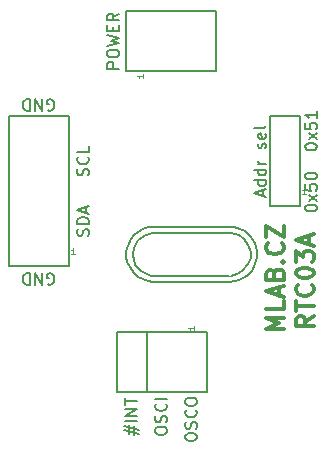
<source format=gbr>
%TF.GenerationSoftware,KiCad,Pcbnew,no-vcs-found-e5c4cfc~61~ubuntu16.04.1*%
%TF.CreationDate,2017-11-06T10:15:23+01:00*%
%TF.ProjectId,RTC03A,5254433033412E6B696361645F706362,REV*%
%TF.SameCoordinates,Original*%
%TF.FileFunction,Legend,Top*%
%TF.FilePolarity,Positive*%
%FSLAX46Y46*%
G04 Gerber Fmt 4.6, Leading zero omitted, Abs format (unit mm)*
G04 Created by KiCad (PCBNEW no-vcs-found-e5c4cfc~61~ubuntu16.04.1) date Mon Nov  6 10:15:23 2017*
%MOMM*%
%LPD*%
G01*
G04 APERTURE LIST*
%ADD10C,0.300000*%
%ADD11C,0.200000*%
%ADD12C,0.150000*%
%ADD13C,0.050000*%
G04 APERTURE END LIST*
D10*
X28618571Y12057429D02*
X27904285Y11557429D01*
X28618571Y11200286D02*
X27118571Y11200286D01*
X27118571Y11771715D01*
X27190000Y11914572D01*
X27261428Y11986000D01*
X27404285Y12057429D01*
X27618571Y12057429D01*
X27761428Y11986000D01*
X27832857Y11914572D01*
X27904285Y11771715D01*
X27904285Y11200286D01*
X27118571Y12486000D02*
X27118571Y13343143D01*
X28618571Y12914572D02*
X27118571Y12914572D01*
X28475714Y14700286D02*
X28547142Y14628858D01*
X28618571Y14414572D01*
X28618571Y14271715D01*
X28547142Y14057429D01*
X28404285Y13914572D01*
X28261428Y13843143D01*
X27975714Y13771715D01*
X27761428Y13771715D01*
X27475714Y13843143D01*
X27332857Y13914572D01*
X27190000Y14057429D01*
X27118571Y14271715D01*
X27118571Y14414572D01*
X27190000Y14628858D01*
X27261428Y14700286D01*
X27118571Y15628858D02*
X27118571Y15771715D01*
X27190000Y15914572D01*
X27261428Y15986000D01*
X27404285Y16057429D01*
X27690000Y16128858D01*
X28047142Y16128858D01*
X28332857Y16057429D01*
X28475714Y15986000D01*
X28547142Y15914572D01*
X28618571Y15771715D01*
X28618571Y15628858D01*
X28547142Y15486000D01*
X28475714Y15414572D01*
X28332857Y15343143D01*
X28047142Y15271715D01*
X27690000Y15271715D01*
X27404285Y15343143D01*
X27261428Y15414572D01*
X27190000Y15486000D01*
X27118571Y15628858D01*
X27118571Y16628858D02*
X27118571Y17557429D01*
X27690000Y17057429D01*
X27690000Y17271715D01*
X27761428Y17414572D01*
X27832857Y17486000D01*
X27975714Y17557429D01*
X28332857Y17557429D01*
X28475714Y17486000D01*
X28547142Y17414572D01*
X28618571Y17271715D01*
X28618571Y16843143D01*
X28547142Y16700286D01*
X28475714Y16628858D01*
X28190000Y18128858D02*
X28190000Y18843143D01*
X28618571Y17986000D02*
X27118571Y18486000D01*
X28618571Y18986000D01*
X26078571Y10918572D02*
X24578571Y10918572D01*
X25650000Y11418572D01*
X24578571Y11918572D01*
X26078571Y11918572D01*
X26078571Y13347143D02*
X26078571Y12632858D01*
X24578571Y12632858D01*
X25650000Y13775715D02*
X25650000Y14490000D01*
X26078571Y13632858D02*
X24578571Y14132858D01*
X26078571Y14632858D01*
X25292857Y15632858D02*
X25364285Y15847143D01*
X25435714Y15918572D01*
X25578571Y15990000D01*
X25792857Y15990000D01*
X25935714Y15918572D01*
X26007142Y15847143D01*
X26078571Y15704286D01*
X26078571Y15132858D01*
X24578571Y15132858D01*
X24578571Y15632858D01*
X24650000Y15775715D01*
X24721428Y15847143D01*
X24864285Y15918572D01*
X25007142Y15918572D01*
X25150000Y15847143D01*
X25221428Y15775715D01*
X25292857Y15632858D01*
X25292857Y15132858D01*
X25935714Y16632858D02*
X26007142Y16704286D01*
X26078571Y16632858D01*
X26007142Y16561429D01*
X25935714Y16632858D01*
X26078571Y16632858D01*
X25935714Y18204286D02*
X26007142Y18132858D01*
X26078571Y17918572D01*
X26078571Y17775715D01*
X26007142Y17561429D01*
X25864285Y17418572D01*
X25721428Y17347143D01*
X25435714Y17275715D01*
X25221428Y17275715D01*
X24935714Y17347143D01*
X24792857Y17418572D01*
X24650000Y17561429D01*
X24578571Y17775715D01*
X24578571Y17918572D01*
X24650000Y18132858D01*
X24721428Y18204286D01*
X24578571Y18704286D02*
X24578571Y19704286D01*
X26078571Y18704286D01*
X26078571Y19704286D01*
D11*
X9548761Y18851715D02*
X9596380Y18994572D01*
X9596380Y19232667D01*
X9548761Y19327905D01*
X9501142Y19375524D01*
X9405904Y19423143D01*
X9310666Y19423143D01*
X9215428Y19375524D01*
X9167809Y19327905D01*
X9120190Y19232667D01*
X9072571Y19042191D01*
X9024952Y18946953D01*
X8977333Y18899334D01*
X8882095Y18851715D01*
X8786857Y18851715D01*
X8691619Y18899334D01*
X8644000Y18946953D01*
X8596380Y19042191D01*
X8596380Y19280286D01*
X8644000Y19423143D01*
X9596380Y19851715D02*
X8596380Y19851715D01*
X8596380Y20089810D01*
X8644000Y20232667D01*
X8739238Y20327905D01*
X8834476Y20375524D01*
X9024952Y20423143D01*
X9167809Y20423143D01*
X9358285Y20375524D01*
X9453523Y20327905D01*
X9548761Y20232667D01*
X9596380Y20089810D01*
X9596380Y19851715D01*
X9310666Y20804096D02*
X9310666Y21280286D01*
X9596380Y20708858D02*
X8596380Y21042191D01*
X9596380Y21375524D01*
X9548761Y23955524D02*
X9596380Y24098381D01*
X9596380Y24336477D01*
X9548761Y24431715D01*
X9501142Y24479334D01*
X9405904Y24526953D01*
X9310666Y24526953D01*
X9215428Y24479334D01*
X9167809Y24431715D01*
X9120190Y24336477D01*
X9072571Y24146000D01*
X9024952Y24050762D01*
X8977333Y24003143D01*
X8882095Y23955524D01*
X8786857Y23955524D01*
X8691619Y24003143D01*
X8644000Y24050762D01*
X8596380Y24146000D01*
X8596380Y24384096D01*
X8644000Y24526953D01*
X9501142Y25526953D02*
X9548761Y25479334D01*
X9596380Y25336477D01*
X9596380Y25241239D01*
X9548761Y25098381D01*
X9453523Y25003143D01*
X9358285Y24955524D01*
X9167809Y24907905D01*
X9024952Y24907905D01*
X8834476Y24955524D01*
X8739238Y25003143D01*
X8644000Y25098381D01*
X8596380Y25241239D01*
X8596380Y25336477D01*
X8644000Y25479334D01*
X8691619Y25526953D01*
X9596380Y26431715D02*
X9596380Y25955524D01*
X8596380Y25955524D01*
X17740380Y1706762D02*
X17740380Y1897239D01*
X17788000Y1992477D01*
X17883238Y2087715D01*
X18073714Y2135334D01*
X18407047Y2135334D01*
X18597523Y2087715D01*
X18692761Y1992477D01*
X18740380Y1897239D01*
X18740380Y1706762D01*
X18692761Y1611524D01*
X18597523Y1516286D01*
X18407047Y1468667D01*
X18073714Y1468667D01*
X17883238Y1516286D01*
X17788000Y1611524D01*
X17740380Y1706762D01*
X18692761Y2516286D02*
X18740380Y2659143D01*
X18740380Y2897239D01*
X18692761Y2992477D01*
X18645142Y3040096D01*
X18549904Y3087715D01*
X18454666Y3087715D01*
X18359428Y3040096D01*
X18311809Y2992477D01*
X18264190Y2897239D01*
X18216571Y2706762D01*
X18168952Y2611524D01*
X18121333Y2563905D01*
X18026095Y2516286D01*
X17930857Y2516286D01*
X17835619Y2563905D01*
X17788000Y2611524D01*
X17740380Y2706762D01*
X17740380Y2944858D01*
X17788000Y3087715D01*
X18645142Y4087715D02*
X18692761Y4040096D01*
X18740380Y3897239D01*
X18740380Y3802000D01*
X18692761Y3659143D01*
X18597523Y3563905D01*
X18502285Y3516286D01*
X18311809Y3468667D01*
X18168952Y3468667D01*
X17978476Y3516286D01*
X17883238Y3563905D01*
X17788000Y3659143D01*
X17740380Y3802000D01*
X17740380Y3897239D01*
X17788000Y4040096D01*
X17835619Y4087715D01*
X17740380Y4706762D02*
X17740380Y4897239D01*
X17788000Y4992477D01*
X17883238Y5087715D01*
X18073714Y5135334D01*
X18407047Y5135334D01*
X18597523Y5087715D01*
X18692761Y4992477D01*
X18740380Y4897239D01*
X18740380Y4706762D01*
X18692761Y4611524D01*
X18597523Y4516286D01*
X18407047Y4468667D01*
X18073714Y4468667D01*
X17883238Y4516286D01*
X17788000Y4611524D01*
X17740380Y4706762D01*
X15200380Y2246477D02*
X15200380Y2436953D01*
X15248000Y2532191D01*
X15343238Y2627429D01*
X15533714Y2675048D01*
X15867047Y2675048D01*
X16057523Y2627429D01*
X16152761Y2532191D01*
X16200380Y2436953D01*
X16200380Y2246477D01*
X16152761Y2151239D01*
X16057523Y2056000D01*
X15867047Y2008381D01*
X15533714Y2008381D01*
X15343238Y2056000D01*
X15248000Y2151239D01*
X15200380Y2246477D01*
X16152761Y3056000D02*
X16200380Y3198858D01*
X16200380Y3436953D01*
X16152761Y3532191D01*
X16105142Y3579810D01*
X16009904Y3627429D01*
X15914666Y3627429D01*
X15819428Y3579810D01*
X15771809Y3532191D01*
X15724190Y3436953D01*
X15676571Y3246477D01*
X15628952Y3151239D01*
X15581333Y3103620D01*
X15486095Y3056000D01*
X15390857Y3056000D01*
X15295619Y3103620D01*
X15248000Y3151239D01*
X15200380Y3246477D01*
X15200380Y3484572D01*
X15248000Y3627429D01*
X16105142Y4627429D02*
X16152761Y4579810D01*
X16200380Y4436953D01*
X16200380Y4341715D01*
X16152761Y4198858D01*
X16057523Y4103620D01*
X15962285Y4056000D01*
X15771809Y4008381D01*
X15628952Y4008381D01*
X15438476Y4056000D01*
X15343238Y4103620D01*
X15248000Y4198858D01*
X15200380Y4341715D01*
X15200380Y4436953D01*
X15248000Y4579810D01*
X15295619Y4627429D01*
X16200380Y5056000D02*
X15200380Y5056000D01*
X12993714Y2103620D02*
X12993714Y2817905D01*
X12565142Y2389334D02*
X13850857Y2103620D01*
X13422285Y2722667D02*
X13422285Y2008381D01*
X13850857Y2436953D02*
X12565142Y2722667D01*
X13660380Y3151239D02*
X12660380Y3151239D01*
X13660380Y3627429D02*
X12660380Y3627429D01*
X13660380Y4198858D01*
X12660380Y4198858D01*
X12660380Y4532191D02*
X12660380Y5103620D01*
X13660380Y4817905D02*
X12660380Y4817905D01*
X27900380Y21146000D02*
X27900380Y21241239D01*
X27948000Y21336477D01*
X27995619Y21384096D01*
X28090857Y21431715D01*
X28281333Y21479334D01*
X28519428Y21479334D01*
X28709904Y21431715D01*
X28805142Y21384096D01*
X28852761Y21336477D01*
X28900380Y21241239D01*
X28900380Y21146000D01*
X28852761Y21050762D01*
X28805142Y21003143D01*
X28709904Y20955524D01*
X28519428Y20907905D01*
X28281333Y20907905D01*
X28090857Y20955524D01*
X27995619Y21003143D01*
X27948000Y21050762D01*
X27900380Y21146000D01*
X28900380Y21812667D02*
X28233714Y22336477D01*
X28233714Y21812667D02*
X28900380Y22336477D01*
X27900380Y23193620D02*
X27900380Y22717429D01*
X28376571Y22669810D01*
X28328952Y22717429D01*
X28281333Y22812667D01*
X28281333Y23050762D01*
X28328952Y23146000D01*
X28376571Y23193620D01*
X28471809Y23241239D01*
X28709904Y23241239D01*
X28805142Y23193620D01*
X28852761Y23146000D01*
X28900380Y23050762D01*
X28900380Y22812667D01*
X28852761Y22717429D01*
X28805142Y22669810D01*
X27900380Y23860286D02*
X27900380Y23955524D01*
X27948000Y24050762D01*
X27995619Y24098381D01*
X28090857Y24146000D01*
X28281333Y24193620D01*
X28519428Y24193620D01*
X28709904Y24146000D01*
X28805142Y24098381D01*
X28852761Y24050762D01*
X28900380Y23955524D01*
X28900380Y23860286D01*
X28852761Y23765048D01*
X28805142Y23717429D01*
X28709904Y23669810D01*
X28519428Y23622191D01*
X28281333Y23622191D01*
X28090857Y23669810D01*
X27995619Y23717429D01*
X27948000Y23765048D01*
X27900380Y23860286D01*
X27900380Y26336477D02*
X27900380Y26431715D01*
X27948000Y26526953D01*
X27995619Y26574572D01*
X28090857Y26622191D01*
X28281333Y26669810D01*
X28519428Y26669810D01*
X28709904Y26622191D01*
X28805142Y26574572D01*
X28852761Y26526953D01*
X28900380Y26431715D01*
X28900380Y26336477D01*
X28852761Y26241239D01*
X28805142Y26193620D01*
X28709904Y26146000D01*
X28519428Y26098381D01*
X28281333Y26098381D01*
X28090857Y26146000D01*
X27995619Y26193620D01*
X27948000Y26241239D01*
X27900380Y26336477D01*
X28900380Y27003143D02*
X28233714Y27526953D01*
X28233714Y27003143D02*
X28900380Y27526953D01*
X27900380Y28384096D02*
X27900380Y27907905D01*
X28376571Y27860286D01*
X28328952Y27907905D01*
X28281333Y28003143D01*
X28281333Y28241239D01*
X28328952Y28336477D01*
X28376571Y28384096D01*
X28471809Y28431715D01*
X28709904Y28431715D01*
X28805142Y28384096D01*
X28852761Y28336477D01*
X28900380Y28241239D01*
X28900380Y28003143D01*
X28852761Y27907905D01*
X28805142Y27860286D01*
X28900380Y29384096D02*
X28900380Y28812667D01*
X28900380Y29098381D02*
X27900380Y29098381D01*
X28043238Y29003143D01*
X28138476Y28907905D01*
X28186095Y28812667D01*
X24296666Y22217429D02*
X24296666Y22693620D01*
X24582380Y22122191D02*
X23582380Y22455524D01*
X24582380Y22788858D01*
X24582380Y23550762D02*
X23582380Y23550762D01*
X24534761Y23550762D02*
X24582380Y23455524D01*
X24582380Y23265048D01*
X24534761Y23169810D01*
X24487142Y23122191D01*
X24391904Y23074572D01*
X24106190Y23074572D01*
X24010952Y23122191D01*
X23963333Y23169810D01*
X23915714Y23265048D01*
X23915714Y23455524D01*
X23963333Y23550762D01*
X24582380Y24455524D02*
X23582380Y24455524D01*
X24534761Y24455524D02*
X24582380Y24360286D01*
X24582380Y24169810D01*
X24534761Y24074572D01*
X24487142Y24026953D01*
X24391904Y23979334D01*
X24106190Y23979334D01*
X24010952Y24026953D01*
X23963333Y24074572D01*
X23915714Y24169810D01*
X23915714Y24360286D01*
X23963333Y24455524D01*
X24582380Y24931715D02*
X23915714Y24931715D01*
X24106190Y24931715D02*
X24010952Y24979334D01*
X23963333Y25026953D01*
X23915714Y25122191D01*
X23915714Y25217429D01*
X24534761Y26265048D02*
X24582380Y26360286D01*
X24582380Y26550762D01*
X24534761Y26646000D01*
X24439523Y26693620D01*
X24391904Y26693620D01*
X24296666Y26646000D01*
X24249047Y26550762D01*
X24249047Y26407905D01*
X24201428Y26312667D01*
X24106190Y26265048D01*
X24058571Y26265048D01*
X23963333Y26312667D01*
X23915714Y26407905D01*
X23915714Y26550762D01*
X23963333Y26646000D01*
X24534761Y27503143D02*
X24582380Y27407905D01*
X24582380Y27217429D01*
X24534761Y27122191D01*
X24439523Y27074572D01*
X24058571Y27074572D01*
X23963333Y27122191D01*
X23915714Y27217429D01*
X23915714Y27407905D01*
X23963333Y27503143D01*
X24058571Y27550762D01*
X24153809Y27550762D01*
X24249047Y27074572D01*
X24582380Y28122191D02*
X24534761Y28026953D01*
X24439523Y27979334D01*
X23582380Y27979334D01*
X12136380Y32996477D02*
X11136380Y32996477D01*
X11136380Y33377429D01*
X11184000Y33472667D01*
X11231619Y33520286D01*
X11326857Y33567905D01*
X11469714Y33567905D01*
X11564952Y33520286D01*
X11612571Y33472667D01*
X11660190Y33377429D01*
X11660190Y32996477D01*
X11136380Y34186953D02*
X11136380Y34377429D01*
X11184000Y34472667D01*
X11279238Y34567905D01*
X11469714Y34615524D01*
X11803047Y34615524D01*
X11993523Y34567905D01*
X12088761Y34472667D01*
X12136380Y34377429D01*
X12136380Y34186953D01*
X12088761Y34091715D01*
X11993523Y33996477D01*
X11803047Y33948858D01*
X11469714Y33948858D01*
X11279238Y33996477D01*
X11184000Y34091715D01*
X11136380Y34186953D01*
X11136380Y34948858D02*
X12136380Y35186953D01*
X11422095Y35377429D01*
X12136380Y35567905D01*
X11136380Y35806000D01*
X11612571Y36186953D02*
X11612571Y36520286D01*
X12136380Y36663143D02*
X12136380Y36186953D01*
X11136380Y36186953D01*
X11136380Y36663143D01*
X12136380Y37663143D02*
X11660190Y37329810D01*
X12136380Y37091715D02*
X11136380Y37091715D01*
X11136380Y37472667D01*
X11184000Y37567905D01*
X11231619Y37615524D01*
X11326857Y37663143D01*
X11469714Y37663143D01*
X11564952Y37615524D01*
X11612571Y37567905D01*
X11660190Y37472667D01*
X11660190Y37091715D01*
X6095904Y14740000D02*
X6191142Y14692381D01*
X6334000Y14692381D01*
X6476857Y14740000D01*
X6572095Y14835239D01*
X6619714Y14930477D01*
X6667333Y15120953D01*
X6667333Y15263810D01*
X6619714Y15454286D01*
X6572095Y15549524D01*
X6476857Y15644762D01*
X6334000Y15692381D01*
X6238761Y15692381D01*
X6095904Y15644762D01*
X6048285Y15597143D01*
X6048285Y15263810D01*
X6238761Y15263810D01*
X5619714Y15692381D02*
X5619714Y14692381D01*
X5048285Y15692381D01*
X5048285Y14692381D01*
X4572095Y15692381D02*
X4572095Y14692381D01*
X4334000Y14692381D01*
X4191142Y14740000D01*
X4095904Y14835239D01*
X4048285Y14930477D01*
X4000666Y15120953D01*
X4000666Y15263810D01*
X4048285Y15454286D01*
X4095904Y15549524D01*
X4191142Y15644762D01*
X4334000Y15692381D01*
X4572095Y15692381D01*
X6095904Y29472000D02*
X6191142Y29424381D01*
X6334000Y29424381D01*
X6476857Y29472000D01*
X6572095Y29567239D01*
X6619714Y29662477D01*
X6667333Y29852953D01*
X6667333Y29995810D01*
X6619714Y30186286D01*
X6572095Y30281524D01*
X6476857Y30376762D01*
X6334000Y30424381D01*
X6238761Y30424381D01*
X6095904Y30376762D01*
X6048285Y30329143D01*
X6048285Y29995810D01*
X6238761Y29995810D01*
X5619714Y30424381D02*
X5619714Y29424381D01*
X5048285Y30424381D01*
X5048285Y29424381D01*
X4572095Y30424381D02*
X4572095Y29424381D01*
X4334000Y29424381D01*
X4191142Y29472000D01*
X4095904Y29567239D01*
X4048285Y29662477D01*
X4000666Y29852953D01*
X4000666Y29995810D01*
X4048285Y30186286D01*
X4095904Y30281524D01*
X4191142Y30376762D01*
X4334000Y30424381D01*
X4572095Y30424381D01*
D12*
X21488400Y14942820D02*
X15036800Y14942820D01*
X14617700Y19563080D02*
X14127480Y19392900D01*
X15036800Y19601180D02*
X14617700Y19563080D01*
X21488400Y19601180D02*
X15036800Y19601180D01*
X14556740Y15011400D02*
X14998700Y14942820D01*
X14127480Y15151100D02*
X14556740Y15011400D01*
X13738860Y15382240D02*
X14127480Y15151100D01*
X13388340Y15702280D02*
X13738860Y15382240D01*
X13027660Y16172180D02*
X13388340Y15702280D01*
X12837160Y16621760D02*
X13027660Y16172180D01*
X12748260Y17081500D02*
X12837160Y16621760D01*
X12768580Y17541240D02*
X12748260Y17081500D01*
X12877800Y18011140D02*
X12768580Y17541240D01*
X13177520Y18562320D02*
X12877800Y18011140D01*
X13428980Y18892520D02*
X13177520Y18562320D01*
X13749020Y19171920D02*
X13428980Y18892520D01*
X14127480Y19392900D02*
X13749020Y19171920D01*
X21907500Y19580860D02*
X21468080Y19611340D01*
X22357080Y19420840D02*
X21907500Y19580860D01*
X22778720Y19212560D02*
X22357080Y19420840D01*
X23238460Y18841720D02*
X22778720Y19212560D01*
X23637240Y18252440D02*
X23238460Y18841720D01*
X23807420Y17551400D02*
X23637240Y18252440D01*
X23807420Y17040860D02*
X23807420Y17551400D01*
X23677880Y16441420D02*
X23807420Y17040860D01*
X23388320Y15902940D02*
X23677880Y16441420D01*
X23058120Y15552420D02*
X23388320Y15902940D01*
X22768560Y15321280D02*
X23058120Y15552420D01*
X22336760Y15102840D02*
X22768560Y15321280D01*
X21937980Y14991080D02*
X22336760Y15102840D01*
X21478240Y14942820D02*
X21937980Y14991080D01*
X13987780Y15872460D02*
X13487400Y16372840D01*
X14488160Y15572740D02*
X13987780Y15872460D01*
X14886940Y15471140D02*
X14488160Y15572740D01*
X21488400Y15471140D02*
X14886940Y15471140D01*
X22087840Y15572740D02*
X21587460Y15471140D01*
X22588220Y15872460D02*
X22087840Y15572740D01*
X23088600Y16471900D02*
X22588220Y15872460D01*
X23289260Y16972280D02*
X23088600Y16471900D01*
X23289260Y17472660D02*
X23289260Y16972280D01*
X23088600Y18072100D02*
X23289260Y17472660D01*
X22687280Y18572480D02*
X23088600Y18072100D01*
X22288500Y18872200D02*
X22687280Y18572480D01*
X21587460Y19072860D02*
X22288500Y18872200D01*
X14988540Y19072860D02*
X21587460Y19072860D01*
X14389100Y18872200D02*
X14988540Y19072860D01*
X13787120Y18470880D02*
X14389100Y18872200D01*
X13388340Y17772380D02*
X13787120Y18470880D01*
X13286740Y17272000D02*
X13388340Y17772380D01*
X13388340Y16672560D02*
X13286740Y17272000D01*
X13589000Y16271240D02*
X13388340Y16672560D01*
X19558000Y10668000D02*
X19558000Y5588000D01*
X19558000Y5588000D02*
X14478000Y5588000D01*
X14478000Y5588000D02*
X14478000Y10668000D01*
X14478000Y10668000D02*
X19558000Y10668000D01*
X11938000Y5588000D02*
X11938000Y10668000D01*
X11938000Y10668000D02*
X14478000Y10668000D01*
X14478000Y10668000D02*
X14478000Y5588000D01*
X14478000Y5588000D02*
X11938000Y5588000D01*
X7874000Y16256000D02*
X2794000Y16256000D01*
X2794000Y16256000D02*
X2794000Y28956000D01*
X2794000Y28956000D02*
X7874000Y28956000D01*
X7874000Y28956000D02*
X7874000Y16256000D01*
X12700000Y32766000D02*
X12700000Y37846000D01*
X12700000Y37846000D02*
X20320000Y37846000D01*
X20320000Y37846000D02*
X20320000Y32766000D01*
X20320000Y32766000D02*
X12700000Y32766000D01*
X27432000Y21336000D02*
X24892000Y21336000D01*
X24892000Y21336000D02*
X24892000Y28956000D01*
X24892000Y28956000D02*
X27432000Y28956000D01*
X27432000Y28956000D02*
X27432000Y21336000D01*
D13*
X18514190Y11191858D02*
X18514190Y10906143D01*
X18514190Y11049000D02*
X18014190Y11049000D01*
X18085619Y11001381D01*
X18133238Y10953762D01*
X18157047Y10906143D01*
X8397857Y17299810D02*
X8112142Y17299810D01*
X8255000Y17299810D02*
X8255000Y17799810D01*
X8207380Y17728381D01*
X8159761Y17680762D01*
X8112142Y17656953D01*
X14196190Y32527858D02*
X14196190Y32242143D01*
X14196190Y32385000D02*
X13696190Y32385000D01*
X13767619Y32337381D01*
X13815238Y32289762D01*
X13839047Y32242143D01*
X27955857Y22379810D02*
X27670142Y22379810D01*
X27813000Y22379810D02*
X27813000Y22879810D01*
X27765380Y22808381D01*
X27717761Y22760762D01*
X27670142Y22736953D01*
M02*

</source>
